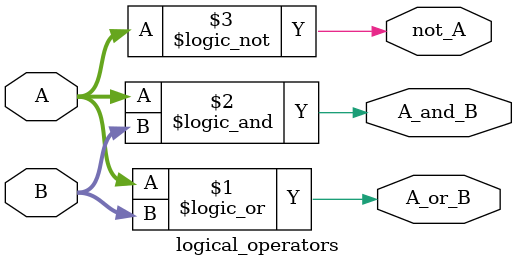
<source format=sv>

module logical_operators_test;

logic [3:0] A, B;
logic A_or_B, A_and_B, not_A;

logical_operators uut(.*);

initial begin
    $display("   A    B -> A_or_B A_and_B not_A");
    $monitor("%b %b ->  %b   %b    %b", A, B, A_or_B, A_and_B, not_A);
    #100 A = 4'b0000; B = 4'b0000;
    #100 A = 4'b1111; B = 4'b0000;
    #100 A = 4'b0001; B = 4'b0001;
    #100 A = 4'b1010; B = 4'b0101;
    #100;
    $finish;
end
endmodule

module logical_operators(
    input  [3:0] A, B,
    output A_or_B, A_and_B, not_A
    );

    assign A_or_B = A || B;
    assign A_and_B = A && B;
    assign not_A = !A;

endmodule

</source>
